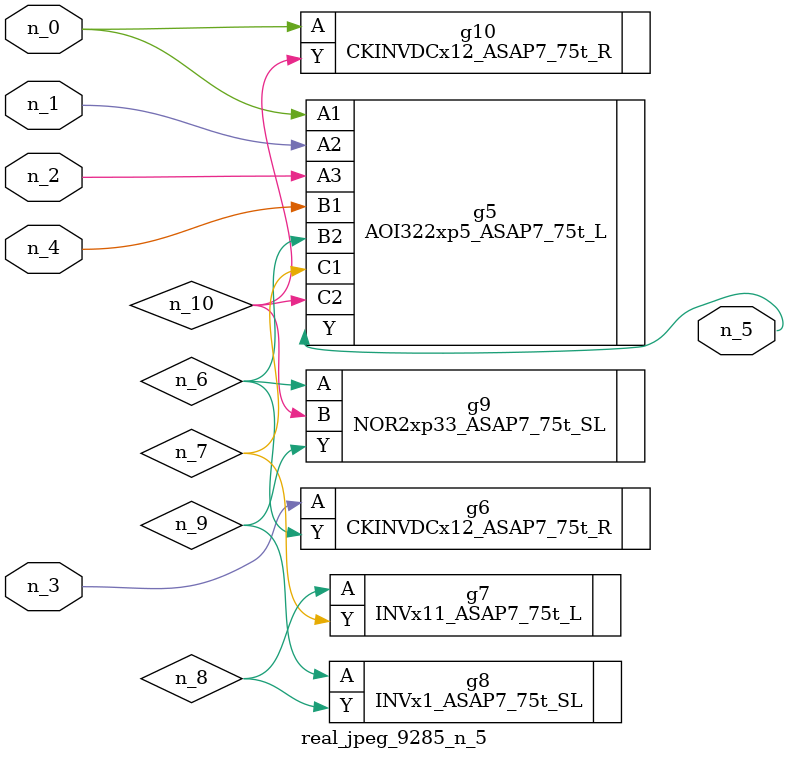
<source format=v>
module real_jpeg_9285_n_5 (n_4, n_0, n_1, n_2, n_3, n_5);

input n_4;
input n_0;
input n_1;
input n_2;
input n_3;

output n_5;

wire n_8;
wire n_6;
wire n_7;
wire n_10;
wire n_9;

AOI322xp5_ASAP7_75t_L g5 ( 
.A1(n_0),
.A2(n_1),
.A3(n_2),
.B1(n_4),
.B2(n_6),
.C1(n_7),
.C2(n_10),
.Y(n_5)
);

CKINVDCx12_ASAP7_75t_R g10 ( 
.A(n_0),
.Y(n_10)
);

CKINVDCx12_ASAP7_75t_R g6 ( 
.A(n_3),
.Y(n_6)
);

NOR2xp33_ASAP7_75t_SL g9 ( 
.A(n_6),
.B(n_10),
.Y(n_9)
);

INVx11_ASAP7_75t_L g7 ( 
.A(n_8),
.Y(n_7)
);

INVx1_ASAP7_75t_SL g8 ( 
.A(n_9),
.Y(n_8)
);


endmodule
</source>
